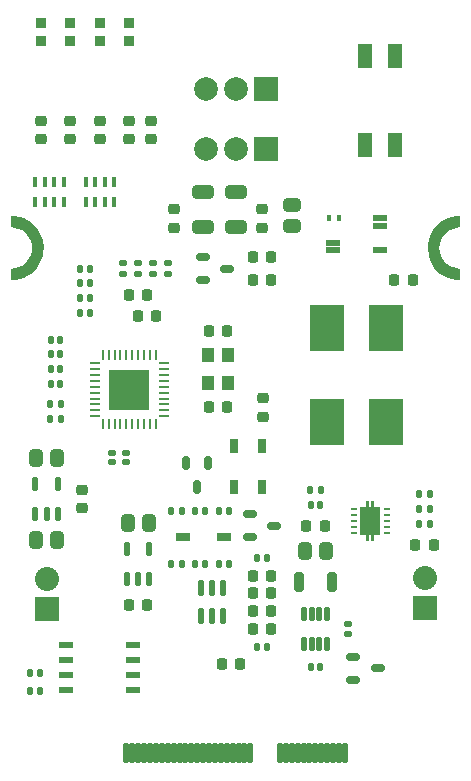
<source format=gbr>
%TF.GenerationSoftware,KiCad,Pcbnew,7.0.6*%
%TF.CreationDate,2023-08-17T07:33:21+09:30*%
%TF.ProjectId,spe-source,7370652d-736f-4757-9263-652e6b696361,V1.0*%
%TF.SameCoordinates,Original*%
%TF.FileFunction,Soldermask,Top*%
%TF.FilePolarity,Negative*%
%FSLAX46Y46*%
G04 Gerber Fmt 4.6, Leading zero omitted, Abs format (unit mm)*
G04 Created by KiCad (PCBNEW 7.0.6) date 2023-08-17 07:33:21*
%MOMM*%
%LPD*%
G01*
G04 APERTURE LIST*
G04 Aperture macros list*
%AMRoundRect*
0 Rectangle with rounded corners*
0 $1 Rounding radius*
0 $2 $3 $4 $5 $6 $7 $8 $9 X,Y pos of 4 corners*
0 Add a 4 corners polygon primitive as box body*
4,1,4,$2,$3,$4,$5,$6,$7,$8,$9,$2,$3,0*
0 Add four circle primitives for the rounded corners*
1,1,$1+$1,$2,$3*
1,1,$1+$1,$4,$5*
1,1,$1+$1,$6,$7*
1,1,$1+$1,$8,$9*
0 Add four rect primitives between the rounded corners*
20,1,$1+$1,$2,$3,$4,$5,0*
20,1,$1+$1,$4,$5,$6,$7,0*
20,1,$1+$1,$6,$7,$8,$9,0*
20,1,$1+$1,$8,$9,$2,$3,0*%
%AMFreePoly0*
4,1,21,-0.125000,1.200000,0.125000,1.200000,0.125000,1.700000,0.375000,1.700000,0.375000,1.200000,0.825000,1.200000,0.825000,-1.200000,0.375000,-1.200000,0.375000,-1.700000,0.125000,-1.700000,0.125000,-1.200000,-0.125000,-1.200000,-0.125000,-1.700000,-0.375000,-1.700000,-0.375000,-1.200000,-0.825000,-1.200000,-0.825000,1.200000,-0.375000,1.200000,-0.375000,1.700000,-0.125000,1.700000,
-0.125000,1.200000,-0.125000,1.200000,$1*%
G04 Aperture macros list end*
%ADD10RoundRect,0.127500X-0.127500X-0.172500X0.127500X-0.172500X0.127500X0.172500X-0.127500X0.172500X0*%
%ADD11RoundRect,0.127500X0.127500X0.172500X-0.127500X0.172500X-0.127500X-0.172500X0.127500X-0.172500X0*%
%ADD12RoundRect,0.147500X0.147500X0.152500X-0.147500X0.152500X-0.147500X-0.152500X0.147500X-0.152500X0*%
%ADD13RoundRect,0.212500X0.277500X-0.212500X0.277500X0.212500X-0.277500X0.212500X-0.277500X-0.212500X0*%
%ADD14RoundRect,0.100000X0.100000X-0.350000X0.100000X0.350000X-0.100000X0.350000X-0.100000X-0.350000X0*%
%ADD15R,1.200000X2.000000*%
%ADD16RoundRect,0.212500X0.212500X0.277500X-0.212500X0.277500X-0.212500X-0.277500X0.212500X-0.277500X0*%
%ADD17RoundRect,0.127500X0.172500X-0.127500X0.172500X0.127500X-0.172500X0.127500X-0.172500X-0.127500X0*%
%ADD18RoundRect,0.147500X-0.147500X-0.152500X0.147500X-0.152500X0.147500X0.152500X-0.147500X0.152500X0*%
%ADD19RoundRect,0.115000X0.115000X-0.460000X0.115000X0.460000X-0.115000X0.460000X-0.115000X-0.460000X0*%
%ADD20RoundRect,0.230000X0.230000X0.255000X-0.230000X0.255000X-0.230000X-0.255000X0.230000X-0.255000X0*%
%ADD21R,3.000000X4.000000*%
%ADD22RoundRect,0.205000X-0.205000X-0.630000X0.205000X-0.630000X0.205000X0.630000X-0.205000X0.630000X0*%
%ADD23RoundRect,0.212500X-0.212500X-0.277500X0.212500X-0.277500X0.212500X0.277500X-0.212500X0.277500X0*%
%ADD24RoundRect,0.120000X0.120000X-0.485000X0.120000X0.485000X-0.120000X0.485000X-0.120000X-0.485000X0*%
%ADD25RoundRect,0.062500X0.350000X0.062500X-0.350000X0.062500X-0.350000X-0.062500X0.350000X-0.062500X0*%
%ADD26RoundRect,0.062500X0.062500X0.350000X-0.062500X0.350000X-0.062500X-0.350000X0.062500X-0.350000X0*%
%ADD27R,3.500000X3.500000*%
%ADD28R,1.220000X0.580000*%
%ADD29RoundRect,0.230000X-0.230000X-0.255000X0.230000X-0.255000X0.230000X0.255000X-0.230000X0.255000X0*%
%ADD30R,0.760000X1.200000*%
%ADD31RoundRect,0.147500X0.152500X-0.147500X0.152500X0.147500X-0.152500X0.147500X-0.152500X-0.147500X0*%
%ADD32R,2.000000X2.000000*%
%ADD33C,2.000000*%
%ADD34RoundRect,0.290000X0.290000X0.445000X-0.290000X0.445000X-0.290000X-0.445000X0.290000X-0.445000X0*%
%ADD35RoundRect,0.140000X0.140000X-0.535000X0.140000X0.535000X-0.140000X0.535000X-0.140000X-0.535000X0*%
%ADD36RoundRect,0.100000X-0.100000X0.350000X-0.100000X-0.350000X0.100000X-0.350000X0.100000X0.350000X0*%
%ADD37R,1.200000X0.500000*%
%ADD38R,0.420000X0.500000*%
%ADD39RoundRect,0.290000X-0.620000X0.290000X-0.620000X-0.290000X0.620000X-0.290000X0.620000X0.290000X0*%
%ADD40RoundRect,0.152500X0.437500X-0.152500X0.437500X0.152500X-0.437500X0.152500X-0.437500X-0.152500X0*%
%ADD41R,1.090000X1.190000*%
%ADD42RoundRect,0.227500X-0.237500X0.227500X-0.237500X-0.227500X0.237500X-0.227500X0.237500X0.227500X0*%
%ADD43R,2.032000X2.032000*%
%ADD44O,2.032000X2.032000*%
%ADD45RoundRect,0.101600X0.175000X0.725000X-0.175000X0.725000X-0.175000X-0.725000X0.175000X-0.725000X0*%
%ADD46C,0.657200*%
%ADD47RoundRect,0.290000X-0.445000X0.290000X-0.445000X-0.290000X0.445000X-0.290000X0.445000X0.290000X0*%
%ADD48R,1.200000X0.760000*%
%ADD49RoundRect,0.290000X0.620000X-0.290000X0.620000X0.290000X-0.620000X0.290000X-0.620000X-0.290000X0*%
%ADD50RoundRect,0.212500X-0.277500X0.212500X-0.277500X-0.212500X0.277500X-0.212500X0.277500X0.212500X0*%
%ADD51R,0.600000X0.240000*%
%ADD52FreePoly0,180.000000*%
%ADD53RoundRect,0.290000X-0.290000X-0.445000X0.290000X-0.445000X0.290000X0.445000X-0.290000X0.445000X0*%
%ADD54RoundRect,0.152500X-0.152500X-0.437500X0.152500X-0.437500X0.152500X0.437500X-0.152500X0.437500X0*%
G04 APERTURE END LIST*
%TO.C,X2*%
G36*
X100358947Y-57273527D02*
G01*
X100711752Y-57343704D01*
X101052379Y-57459331D01*
X101375000Y-57618430D01*
X101674094Y-57818278D01*
X101944544Y-58055456D01*
X102181722Y-58325906D01*
X102381570Y-58625000D01*
X102540669Y-58947621D01*
X102656296Y-59288248D01*
X102750000Y-60000000D01*
X102726473Y-60358947D01*
X102656296Y-60711752D01*
X102540669Y-61052379D01*
X102381570Y-61375000D01*
X102181722Y-61674094D01*
X101944544Y-61944544D01*
X101674094Y-62181722D01*
X101375000Y-62381570D01*
X101052379Y-62540669D01*
X100711752Y-62656296D01*
X100358947Y-62726473D01*
X100000000Y-62750000D01*
X100000000Y-61750000D01*
X100303884Y-61723414D01*
X100598535Y-61644462D01*
X100875000Y-61515544D01*
X101124878Y-61340578D01*
X101340578Y-61124878D01*
X101515544Y-60875000D01*
X101644462Y-60598535D01*
X101723414Y-60303884D01*
X101750000Y-60000000D01*
X101723414Y-59696116D01*
X101644462Y-59401465D01*
X101515544Y-59125000D01*
X101340578Y-58875122D01*
X101124878Y-58659422D01*
X100875000Y-58484456D01*
X100598535Y-58355538D01*
X100000000Y-58250000D01*
X100000000Y-57250000D01*
X100358947Y-57273527D01*
G37*
G36*
X138000000Y-58250000D02*
G01*
X137696116Y-58276586D01*
X137401465Y-58355538D01*
X137125000Y-58484456D01*
X136875122Y-58659422D01*
X136659422Y-58875122D01*
X136484456Y-59125000D01*
X136355538Y-59401465D01*
X136276586Y-59696116D01*
X136250000Y-60000000D01*
X136276586Y-60303884D01*
X136355538Y-60598535D01*
X136484456Y-60875000D01*
X136659422Y-61124878D01*
X136875122Y-61340578D01*
X137125000Y-61515544D01*
X137401465Y-61644462D01*
X138000000Y-61750000D01*
X138000000Y-62750000D01*
X137641053Y-62726473D01*
X137288248Y-62656296D01*
X136947621Y-62540669D01*
X136625000Y-62381570D01*
X136325906Y-62181722D01*
X136055456Y-61944544D01*
X135818278Y-61674094D01*
X135618430Y-61375000D01*
X135459331Y-61052379D01*
X135343704Y-60711752D01*
X135250000Y-60000000D01*
X135273527Y-59641053D01*
X135343704Y-59288248D01*
X135459331Y-58947621D01*
X135618430Y-58625000D01*
X135818278Y-58325906D01*
X136055456Y-58055456D01*
X136325906Y-57818278D01*
X136625000Y-57618430D01*
X136947621Y-57459331D01*
X137288248Y-57343704D01*
X137641053Y-57273527D01*
X138000000Y-57250000D01*
X138000000Y-58250000D01*
G37*
%TD*%
D10*
%TO.C,R30*%
X113555000Y-86750000D03*
X114445000Y-86750000D03*
%TD*%
D11*
%TO.C,R33*%
X115555000Y-82250000D03*
X116445000Y-82250000D03*
%TD*%
D10*
%TO.C,R31*%
X114445000Y-82250000D03*
X113555000Y-82250000D03*
%TD*%
D11*
%TO.C,R27*%
X117555000Y-82250000D03*
X118445000Y-82250000D03*
%TD*%
D10*
%TO.C,R6*%
X116445000Y-86750000D03*
X115555000Y-86750000D03*
%TD*%
D12*
%TO.C,C3*%
X121655000Y-93750000D03*
X120845000Y-93750000D03*
%TD*%
%TO.C,C2*%
X120845000Y-86250000D03*
X121655000Y-86250000D03*
%TD*%
%TO.C,C1*%
X117595000Y-86750000D03*
X118405000Y-86750000D03*
%TD*%
D13*
%TO.C,R26*%
X121250000Y-56725000D03*
X121250000Y-58275000D03*
%TD*%
%TO.C,R21*%
X105000000Y-49225000D03*
X105000000Y-50775000D03*
%TD*%
%TO.C,R16*%
X107500000Y-49225000D03*
X107500000Y-50775000D03*
%TD*%
D14*
%TO.C,R19*%
X102050000Y-56100000D03*
X102850000Y-56100000D03*
X103650000Y-56100000D03*
X104450000Y-56100000D03*
X104450000Y-54400000D03*
X103650000Y-54400000D03*
X102850000Y-54400000D03*
X102050000Y-54400000D03*
%TD*%
D15*
%TO.C,L3*%
X132520000Y-43750000D03*
X129980000Y-43750000D03*
X129980000Y-51250000D03*
X132520000Y-51250000D03*
%TD*%
D16*
%TO.C,R3*%
X122025000Y-87750000D03*
X120475000Y-87750000D03*
%TD*%
D17*
%TO.C,R18*%
X111975000Y-61305000D03*
X111975000Y-62195000D03*
%TD*%
D18*
%TO.C,C7*%
X106655000Y-65500000D03*
X105845000Y-65500000D03*
%TD*%
D19*
%TO.C,U5*%
X109800000Y-88000000D03*
X110750000Y-88000000D03*
X111700000Y-88000000D03*
X111700000Y-85500000D03*
X109800000Y-85500000D03*
%TD*%
D20*
%TO.C,C34*%
X134225000Y-85120000D03*
X135775000Y-85120000D03*
%TD*%
D21*
%TO.C,L2*%
X131750000Y-74750000D03*
X131750000Y-66750000D03*
X126750000Y-66750000D03*
X126750000Y-74750000D03*
%TD*%
D16*
%TO.C,R7*%
X124975000Y-83500000D03*
X126525000Y-83500000D03*
%TD*%
D11*
%TO.C,R14*%
X103305000Y-73250000D03*
X104195000Y-73250000D03*
%TD*%
D22*
%TO.C,R9*%
X127155000Y-88250000D03*
X124345000Y-88250000D03*
%TD*%
D23*
%TO.C,R5*%
X120475000Y-89250000D03*
X122025000Y-89250000D03*
%TD*%
D24*
%TO.C,U2*%
X124775000Y-93505000D03*
X125425000Y-93505000D03*
X126075000Y-93505000D03*
X126725000Y-93505000D03*
X126725000Y-90995000D03*
X126075000Y-90995000D03*
X125425000Y-90995000D03*
X124775000Y-90995000D03*
%TD*%
D18*
%TO.C,C6*%
X106655000Y-64250000D03*
X105845000Y-64250000D03*
%TD*%
D25*
%TO.C,U4*%
X112937500Y-74250000D03*
X112937500Y-73750000D03*
X112937500Y-73250000D03*
X112937500Y-72750000D03*
X112937500Y-72250000D03*
X112937500Y-71750000D03*
X112937500Y-71250000D03*
X112937500Y-70750000D03*
X112937500Y-70250000D03*
X112937500Y-69750000D03*
D26*
X112250000Y-69062500D03*
X111750000Y-69062500D03*
X111250000Y-69062500D03*
X110750000Y-69062500D03*
X110250000Y-69062500D03*
X109750000Y-69062500D03*
X109250000Y-69062500D03*
X108750000Y-69062500D03*
X108250000Y-69062500D03*
X107750000Y-69062500D03*
D25*
X107062500Y-69750000D03*
X107062500Y-70250000D03*
X107062500Y-70750000D03*
X107062500Y-71250000D03*
X107062500Y-71750000D03*
X107062500Y-72250000D03*
X107062500Y-72750000D03*
X107062500Y-73250000D03*
X107062500Y-73750000D03*
X107062500Y-74250000D03*
D26*
X107750000Y-74937500D03*
X108250000Y-74937500D03*
X108750000Y-74937500D03*
X109250000Y-74937500D03*
X109750000Y-74937500D03*
X110250000Y-74937500D03*
X110750000Y-74937500D03*
X111250000Y-74937500D03*
X111750000Y-74937500D03*
X112250000Y-74937500D03*
D27*
X110000000Y-72000000D03*
%TD*%
D18*
%TO.C,C16*%
X104155000Y-69000000D03*
X103345000Y-69000000D03*
%TD*%
D28*
%TO.C,IC1*%
X110345000Y-97405000D03*
X110345000Y-96135000D03*
X110345000Y-94865000D03*
X110345000Y-93595000D03*
X104655000Y-93595000D03*
X104655000Y-94865000D03*
X104655000Y-96135000D03*
X104655000Y-97405000D03*
%TD*%
D23*
%TO.C,R23*%
X112275000Y-65750000D03*
X110725000Y-65750000D03*
%TD*%
D29*
%TO.C,C24*%
X122025000Y-60750000D03*
X120475000Y-60750000D03*
%TD*%
D30*
%TO.C,D8*%
X121250000Y-80230000D03*
X121250000Y-76770000D03*
%TD*%
D31*
%TO.C,C28*%
X128500000Y-91845000D03*
X128500000Y-92655000D03*
%TD*%
D18*
%TO.C,C12*%
X106655000Y-61750000D03*
X105845000Y-61750000D03*
%TD*%
D20*
%TO.C,C11*%
X116725000Y-67000000D03*
X118275000Y-67000000D03*
%TD*%
D10*
%TO.C,R34*%
X126195000Y-80500000D03*
X125305000Y-80500000D03*
%TD*%
D20*
%TO.C,C5*%
X109975000Y-90250000D03*
X111525000Y-90250000D03*
%TD*%
D19*
%TO.C,U6*%
X102050000Y-82500000D03*
X103000000Y-82500000D03*
X103950000Y-82500000D03*
X103950000Y-80000000D03*
X102050000Y-80000000D03*
%TD*%
D11*
%TO.C,R12*%
X101555000Y-96000000D03*
X102445000Y-96000000D03*
%TD*%
D30*
%TO.C,D6*%
X118850000Y-76770000D03*
X118850000Y-80230000D03*
%TD*%
D31*
%TO.C,C14*%
X109750000Y-77345000D03*
X109750000Y-78155000D03*
%TD*%
D32*
%TO.C,J1*%
X121540000Y-51580000D03*
X121540000Y-46500000D03*
D33*
X119000000Y-51580000D03*
X119000000Y-46500000D03*
X116460000Y-51580000D03*
X116460000Y-46500000D03*
%TD*%
D18*
%TO.C,C13*%
X106655000Y-63000000D03*
X105845000Y-63000000D03*
%TD*%
D34*
%TO.C,C18*%
X102125000Y-84750000D03*
X103875000Y-84750000D03*
%TD*%
D23*
%TO.C,R4*%
X120475000Y-90750000D03*
X122025000Y-90750000D03*
%TD*%
D31*
%TO.C,C15*%
X108500000Y-77345000D03*
X108500000Y-78155000D03*
%TD*%
D35*
%TO.C,U1*%
X116050000Y-91175000D03*
X117000000Y-91175000D03*
X117950000Y-91175000D03*
X117950000Y-88825000D03*
X117000000Y-88825000D03*
X116050000Y-88825000D03*
%TD*%
D36*
%TO.C,R13*%
X108700000Y-54400000D03*
X107900000Y-54400000D03*
X107100000Y-54400000D03*
X106300000Y-54400000D03*
X106300000Y-56100000D03*
X107100000Y-56100000D03*
X107900000Y-56100000D03*
X108700000Y-56100000D03*
%TD*%
D23*
%TO.C,R20*%
X111525000Y-64000000D03*
X109975000Y-64000000D03*
%TD*%
D37*
%TO.C,L1*%
X127270000Y-60200000D03*
X127270000Y-59550000D03*
D38*
X126870000Y-57500000D03*
X127720000Y-57500000D03*
D37*
X131250000Y-60200000D03*
X131250000Y-58150000D03*
X131250000Y-57500000D03*
%TD*%
D39*
%TO.C,C29*%
X119000000Y-58225000D03*
X119000000Y-55275000D03*
%TD*%
D40*
%TO.C,D7*%
X116225000Y-60800000D03*
X116225000Y-62700000D03*
X118275000Y-61750000D03*
%TD*%
D13*
%TO.C,R28*%
X110000000Y-49225000D03*
X110000000Y-50775000D03*
%TD*%
D18*
%TO.C,C32*%
X126155000Y-81750000D03*
X125345000Y-81750000D03*
%TD*%
D13*
%TO.C,R29*%
X113750000Y-56725000D03*
X113750000Y-58275000D03*
%TD*%
D41*
%TO.C,X1*%
X116640000Y-69090000D03*
X116640000Y-71410000D03*
X118360000Y-71410000D03*
X118360000Y-69090000D03*
%TD*%
D17*
%TO.C,R25*%
X110750000Y-61305000D03*
X110750000Y-62195000D03*
%TD*%
D18*
%TO.C,C17*%
X104155000Y-67750000D03*
X103345000Y-67750000D03*
%TD*%
D29*
%TO.C,C22*%
X122025000Y-62750000D03*
X120475000Y-62750000D03*
%TD*%
D10*
%TO.C,R32*%
X135445000Y-80870000D03*
X134555000Y-80870000D03*
%TD*%
D42*
%TO.C,D5*%
X110000000Y-42510000D03*
X110000000Y-40990000D03*
%TD*%
D13*
%TO.C,R15*%
X121300000Y-72725000D03*
X121300000Y-74275000D03*
%TD*%
D16*
%TO.C,R8*%
X117825000Y-95250000D03*
X119375000Y-95250000D03*
%TD*%
D43*
%TO.C,P1*%
X135000000Y-90500000D03*
D44*
X135000000Y-87960000D03*
%TD*%
D45*
%TO.C,X2*%
X128250000Y-102725000D03*
X127750000Y-102725000D03*
X127250000Y-102725000D03*
X126750000Y-102725000D03*
X126250000Y-102725000D03*
X125750000Y-102725000D03*
X125250000Y-102725000D03*
X124750000Y-102725000D03*
X124250000Y-102725000D03*
X123750000Y-102725000D03*
X123250000Y-102725000D03*
X122750000Y-102725000D03*
X120250000Y-102725000D03*
X119750000Y-102725000D03*
X119250000Y-102725000D03*
X118750000Y-102725000D03*
X118250000Y-102725000D03*
X117750000Y-102725000D03*
X117250000Y-102725000D03*
X116750000Y-102725000D03*
X116250000Y-102725000D03*
X115750000Y-102725000D03*
X115250000Y-102725000D03*
X114750000Y-102725000D03*
X114250000Y-102725000D03*
X113750000Y-102725000D03*
X113250000Y-102725000D03*
X112750000Y-102725000D03*
X112250000Y-102725000D03*
X111750000Y-102725000D03*
X111250000Y-102725000D03*
X110750000Y-102725000D03*
X110250000Y-102725000D03*
X109750000Y-102725000D03*
D46*
X101000000Y-57900000D03*
X101000000Y-62100000D03*
X102300000Y-60000000D03*
X135700000Y-60000000D03*
X137000000Y-57900000D03*
X137000000Y-62100000D03*
%TD*%
D20*
%TO.C,C23*%
X132450000Y-62750000D03*
X134000000Y-62750000D03*
%TD*%
D47*
%TO.C,C25*%
X123750000Y-58125000D03*
X123750000Y-56375000D03*
%TD*%
D48*
%TO.C,U3*%
X117980000Y-84500000D03*
X114520000Y-84500000D03*
%TD*%
D42*
%TO.C,D2*%
X102500000Y-42510000D03*
X102500000Y-40990000D03*
%TD*%
%TO.C,D3*%
X105000000Y-42510000D03*
X105000000Y-40990000D03*
%TD*%
D49*
%TO.C,C30*%
X116250000Y-55275000D03*
X116250000Y-58225000D03*
%TD*%
D10*
%TO.C,R36*%
X135445000Y-82120000D03*
X134555000Y-82120000D03*
%TD*%
D50*
%TO.C,R1*%
X111800000Y-50775000D03*
X111800000Y-49225000D03*
%TD*%
D34*
%TO.C,C4*%
X109875000Y-83250000D03*
X111625000Y-83250000D03*
%TD*%
D10*
%TO.C,R35*%
X135445000Y-83370000D03*
X134555000Y-83370000D03*
%TD*%
D11*
%TO.C,R10*%
X103305000Y-74500000D03*
X104195000Y-74500000D03*
%TD*%
D18*
%TO.C,C8*%
X104155000Y-71500000D03*
X103345000Y-71500000D03*
%TD*%
D17*
%TO.C,R24*%
X109500000Y-61305000D03*
X109500000Y-62195000D03*
%TD*%
D51*
%TO.C,U8*%
X131780000Y-84120000D03*
X131780000Y-83620000D03*
X131780000Y-83120000D03*
X131780000Y-82620000D03*
X131780000Y-82120000D03*
X128980000Y-82120000D03*
X128980000Y-82620000D03*
X128980000Y-83120000D03*
X128980000Y-83620000D03*
X128980000Y-84120000D03*
D52*
X130380000Y-83120000D03*
%TD*%
D18*
%TO.C,C20*%
X102405000Y-97500000D03*
X101595000Y-97500000D03*
%TD*%
D12*
%TO.C,C19*%
X125345000Y-95500000D03*
X126155000Y-95500000D03*
%TD*%
D40*
%TO.C,Q2*%
X122275000Y-83500000D03*
X120225000Y-84450000D03*
X120225000Y-82550000D03*
%TD*%
%TO.C,D4*%
X131025000Y-95600000D03*
X128975000Y-96550000D03*
X128975000Y-94650000D03*
%TD*%
D53*
%TO.C,C35*%
X126625000Y-85620000D03*
X124875000Y-85620000D03*
%TD*%
D13*
%TO.C,R17*%
X102500000Y-49225000D03*
X102500000Y-50775000D03*
%TD*%
D42*
%TO.C,D1*%
X107500000Y-42510000D03*
X107500000Y-40990000D03*
%TD*%
D18*
%TO.C,C9*%
X104155000Y-70250000D03*
X103345000Y-70250000D03*
%TD*%
D13*
%TO.C,R11*%
X106000000Y-80475000D03*
X106000000Y-82025000D03*
%TD*%
D34*
%TO.C,C21*%
X102125000Y-77750000D03*
X103875000Y-77750000D03*
%TD*%
D23*
%TO.C,R2*%
X120475000Y-92250000D03*
X122025000Y-92250000D03*
%TD*%
D29*
%TO.C,C10*%
X118275000Y-73500000D03*
X116725000Y-73500000D03*
%TD*%
D17*
%TO.C,R22*%
X113250000Y-61305000D03*
X113250000Y-62195000D03*
%TD*%
D43*
%TO.C,P2*%
X103000000Y-90525000D03*
D44*
X103000000Y-87985000D03*
%TD*%
D54*
%TO.C,Q1*%
X116700000Y-78225000D03*
X114800000Y-78225000D03*
X115750000Y-80275000D03*
%TD*%
M02*

</source>
